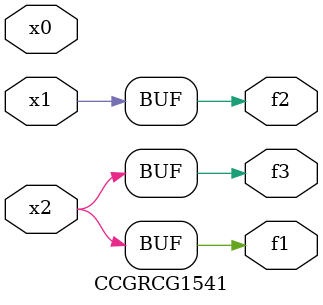
<source format=v>
module CCGRCG1541(
	input x0, x1, x2,
	output f1, f2, f3
);
	assign f1 = x2;
	assign f2 = x1;
	assign f3 = x2;
endmodule

</source>
